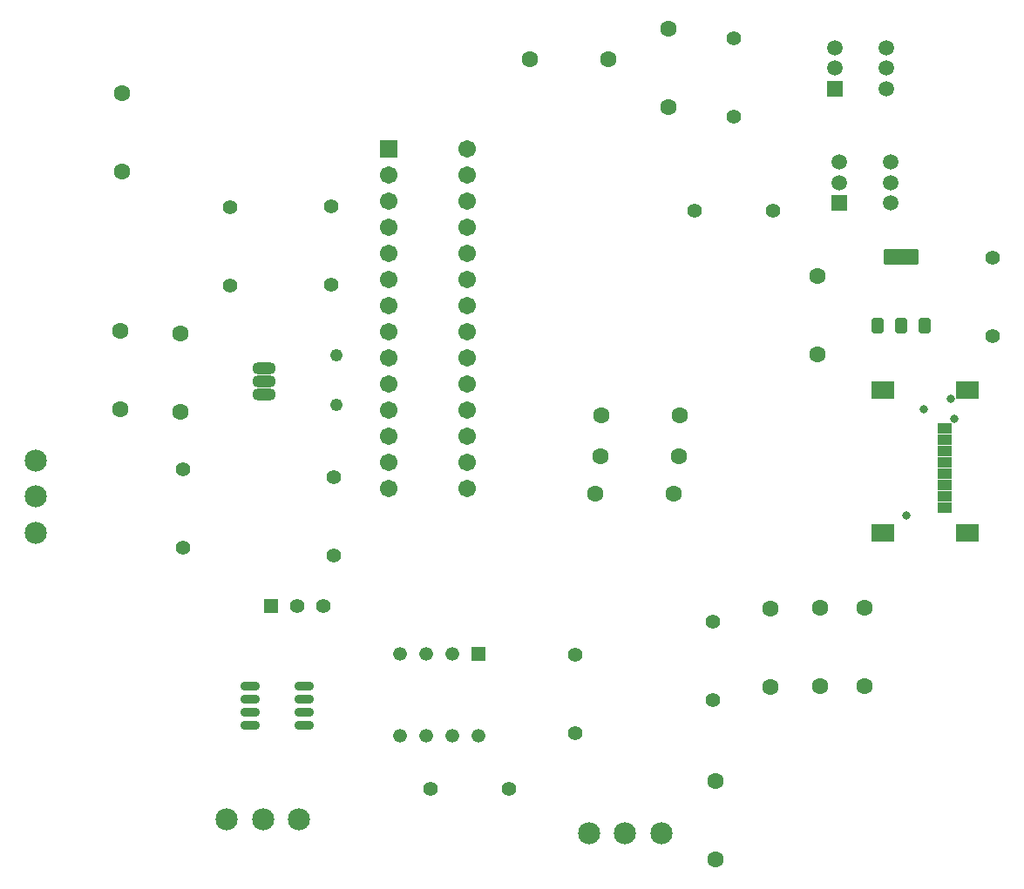
<source format=gts>
G04*
G04 #@! TF.GenerationSoftware,Altium Limited,Altium Designer,22.1.2 (22)*
G04*
G04 Layer_Color=8388736*
%FSLAX43Y43*%
%MOMM*%
G71*
G04*
G04 #@! TF.SameCoordinates,3CF973F3-9CBB-499E-A860-84B5D62188FF*
G04*
G04*
G04 #@! TF.FilePolarity,Negative*
G04*
G01*
G75*
G04:AMPARAMS|DCode=22|XSize=1.133mm|YSize=1.513mm|CornerRadius=0.171mm|HoleSize=0mm|Usage=FLASHONLY|Rotation=0.000|XOffset=0mm|YOffset=0mm|HoleType=Round|Shape=RoundedRectangle|*
%AMROUNDEDRECTD22*
21,1,1.133,1.171,0,0,0.0*
21,1,0.791,1.513,0,0,0.0*
1,1,0.343,0.395,-0.585*
1,1,0.343,-0.395,-0.585*
1,1,0.343,-0.395,0.585*
1,1,0.343,0.395,0.585*
%
%ADD22ROUNDEDRECTD22*%
G04:AMPARAMS|DCode=23|XSize=3.443mm|YSize=1.513mm|CornerRadius=0.2mm|HoleSize=0mm|Usage=FLASHONLY|Rotation=0.000|XOffset=0mm|YOffset=0mm|HoleType=Round|Shape=RoundedRectangle|*
%AMROUNDEDRECTD23*
21,1,3.443,1.114,0,0,0.0*
21,1,3.044,1.513,0,0,0.0*
1,1,0.400,1.522,-0.557*
1,1,0.400,-1.522,-0.557*
1,1,0.400,-1.522,0.557*
1,1,0.400,1.522,0.557*
%
%ADD23ROUNDEDRECTD23*%
%ADD24R,1.403X1.003*%
%ADD25R,2.203X1.703*%
G04:AMPARAMS|DCode=26|XSize=1.783mm|YSize=0.792mm|CornerRadius=0.219mm|HoleSize=0mm|Usage=FLASHONLY|Rotation=180.000|XOffset=0mm|YOffset=0mm|HoleType=Round|Shape=RoundedRectangle|*
%AMROUNDEDRECTD26*
21,1,1.783,0.353,0,0,180.0*
21,1,1.344,0.792,0,0,180.0*
1,1,0.439,-0.672,0.177*
1,1,0.439,0.672,0.177*
1,1,0.439,0.672,-0.177*
1,1,0.439,-0.672,-0.177*
%
%ADD26ROUNDEDRECTD26*%
%ADD27R,1.333X1.333*%
%ADD28C,1.333*%
%ADD29R,1.403X1.403*%
%ADD30C,1.403*%
%ADD31C,2.153*%
%ADD32C,1.603*%
%ADD33C,1.233*%
%ADD34R,1.702X1.702*%
%ADD35C,1.702*%
%ADD36O,2.283X1.243*%
%ADD37C,1.511*%
%ADD38R,1.511X1.511*%
%ADD39C,0.803*%
D22*
X87903Y54153D02*
D03*
X90193D02*
D03*
X92483D02*
D03*
D23*
X90193Y60843D02*
D03*
D24*
X94469Y44170D02*
D03*
Y43070D02*
D03*
Y41970D02*
D03*
Y40870D02*
D03*
Y39770D02*
D03*
Y38670D02*
D03*
Y37570D02*
D03*
Y36470D02*
D03*
D25*
X96669Y34000D02*
D03*
X88469D02*
D03*
Y47890D02*
D03*
X96669D02*
D03*
D26*
X32196Y15291D02*
D03*
Y16561D02*
D03*
Y17831D02*
D03*
Y19101D02*
D03*
X26947D02*
D03*
Y17831D02*
D03*
Y16561D02*
D03*
Y15291D02*
D03*
D27*
X49172Y22182D02*
D03*
D28*
X46632D02*
D03*
X44092D02*
D03*
X41552D02*
D03*
Y14242D02*
D03*
X44092D02*
D03*
X46632D02*
D03*
X49172D02*
D03*
D29*
X28979Y26848D02*
D03*
D30*
X31519D02*
D03*
X34059D02*
D03*
X44473Y9068D02*
D03*
X52093D02*
D03*
X58570Y22149D02*
D03*
Y14529D02*
D03*
X71905Y17704D02*
D03*
Y25324D02*
D03*
X99083Y53137D02*
D03*
Y60757D02*
D03*
X35075Y39421D02*
D03*
Y31801D02*
D03*
X34821Y58090D02*
D03*
Y65710D02*
D03*
X25000Y65620D02*
D03*
Y58000D02*
D03*
X20470Y40183D02*
D03*
Y32563D02*
D03*
X70127Y65329D02*
D03*
X77747D02*
D03*
X73937Y82093D02*
D03*
Y74473D02*
D03*
D31*
X63396Y4750D02*
D03*
X59896D02*
D03*
X66896D02*
D03*
X6119Y37516D02*
D03*
Y34016D02*
D03*
Y41016D02*
D03*
X28217Y6147D02*
D03*
X24717D02*
D03*
X31717D02*
D03*
D32*
X72159Y2210D02*
D03*
Y9830D02*
D03*
X82065Y51359D02*
D03*
Y58979D02*
D03*
X14501Y76759D02*
D03*
Y69139D02*
D03*
X68603Y41453D02*
D03*
X60983D02*
D03*
X14374Y53645D02*
D03*
Y46025D02*
D03*
X68095Y37770D02*
D03*
X60475D02*
D03*
X20216Y45771D02*
D03*
Y53391D02*
D03*
X68730Y45390D02*
D03*
X61110D02*
D03*
X86637Y26721D02*
D03*
Y19101D02*
D03*
X82319Y26721D02*
D03*
Y19101D02*
D03*
X77493Y26594D02*
D03*
Y18974D02*
D03*
X67587Y82982D02*
D03*
Y75362D02*
D03*
X61810Y80000D02*
D03*
X54190D02*
D03*
D33*
X35329Y46406D02*
D03*
Y51286D02*
D03*
D34*
X40409Y71298D02*
D03*
D35*
Y68758D02*
D03*
Y66218D02*
D03*
Y63678D02*
D03*
Y61138D02*
D03*
Y58598D02*
D03*
Y56058D02*
D03*
Y53518D02*
D03*
Y50978D02*
D03*
Y48438D02*
D03*
Y45898D02*
D03*
Y43358D02*
D03*
Y40818D02*
D03*
Y38278D02*
D03*
X48029D02*
D03*
Y40818D02*
D03*
Y43358D02*
D03*
Y45898D02*
D03*
Y48438D02*
D03*
Y50978D02*
D03*
Y53518D02*
D03*
Y56058D02*
D03*
Y58598D02*
D03*
Y61138D02*
D03*
Y63678D02*
D03*
Y66218D02*
D03*
Y68758D02*
D03*
Y71298D02*
D03*
D36*
X28344Y47422D02*
D03*
Y48692D02*
D03*
Y49962D02*
D03*
D37*
X89177Y66028D02*
D03*
Y68028D02*
D03*
Y70028D02*
D03*
X84177Y68028D02*
D03*
Y70028D02*
D03*
X88796Y77172D02*
D03*
Y79172D02*
D03*
Y81172D02*
D03*
X83796Y79172D02*
D03*
Y81172D02*
D03*
D38*
X84177Y66028D02*
D03*
X83796Y77172D02*
D03*
D39*
X90701Y35636D02*
D03*
X95082Y46978D02*
D03*
X92454Y45974D02*
D03*
X95425Y45034D02*
D03*
M02*

</source>
